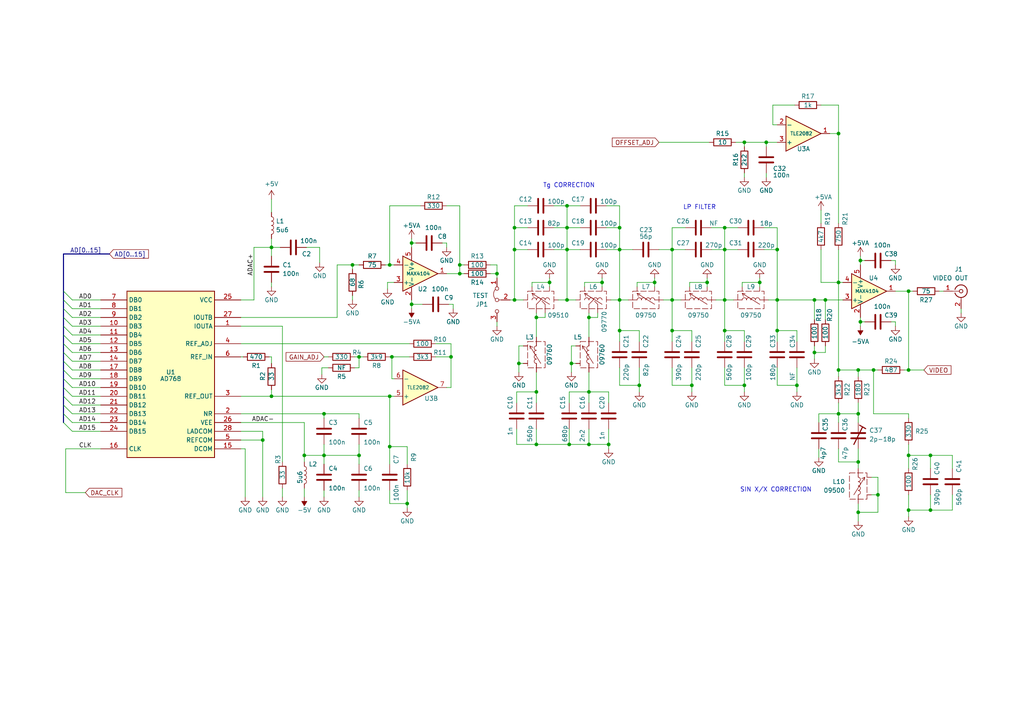
<source format=kicad_sch>
(kicad_sch (version 20231120) (generator "eeschema") (generator_version "8.0")
  (paper "A4")
  (title_block (title "${TITLE}") (date "${DATE}") (rev "${VERSION}") (company "${COPYRIGHT}") (comment 1 "${LICENSE}") (comment 2 "VIDEO OUTPUT"))
  (junction (at 263.525 107.315))
  (junction (at 248.92 133.985))
  (junction (at 170.815 128.905))
  (junction (at 243.205 107.315))
  (junction (at 225.425 86.995))
  (junction (at 133.35 76.835))
  (junction (at 155.575 92.075))
  (junction (at 113.03 76.835))
  (junction (at 243.205 81.915))
  (junction (at 164.465 72.39))
  (junction (at 170.815 92.075))
  (junction (at 150.495 105.41))
  (junction (at 210.185 86.995))
  (junction (at 179.705 66.04))
  (junction (at 249.555 75.565))
  (junction (at 149.225 72.39))
  (junction (at 164.465 86.995))
  (junction (at 164.465 59.69))
  (junction (at 76.2 127.635))
  (junction (at 174.625 81.915))
  (junction (at 243.205 38.735))
  (junction (at 225.425 95.885))
  (junction (at 263.525 84.455))
  (junction (at 170.815 113.665))
  (junction (at 194.945 95.885))
  (junction (at 239.395 86.995))
  (junction (at 102.235 76.835))
  (junction (at 155.575 128.905))
  (junction (at 210.185 95.885))
  (junction (at 104.14 132.08))
  (junction (at 104.14 103.505))
  (junction (at 215.9 111.76))
  (junction (at 159.385 81.915))
  (junction (at 149.225 86.995))
  (junction (at 236.22 86.995))
  (junction (at 269.875 147.955))
  (junction (at 176.53 128.905))
  (junction (at 189.865 81.915))
  (junction (at 263.525 132.08))
  (junction (at 164.465 66.04))
  (junction (at 78.74 114.935))
  (junction (at 93.98 120.015))
  (junction (at 210.185 72.39))
  (junction (at 155.575 113.665))
  (junction (at 248.92 120.015))
  (junction (at 113.03 114.935))
  (junction (at 113.665 103.505))
  (junction (at 243.205 120.015))
  (junction (at 88.265 132.08))
  (junction (at 78.74 71.755))
  (junction (at 263.525 147.955))
  (junction (at 194.945 72.39))
  (junction (at 254.635 143.51))
  (junction (at 248.92 107.315))
  (junction (at 93.98 132.08))
  (junction (at 119.38 88.265))
  (junction (at 248.92 148.59))
  (junction (at 165.1 128.905))
  (junction (at 179.705 86.995))
  (junction (at 185.42 111.76))
  (junction (at 215.9 41.275))
  (junction (at 149.225 66.04))
  (junction (at 113.03 129.54))
  (junction (at 179.705 72.39))
  (junction (at 220.345 81.915))
  (junction (at 118.11 146.05))
  (junction (at 130.81 103.505))
  (junction (at 133.35 79.375))
  (junction (at 205.105 81.915))
  (junction (at 165.735 105.41))
  (junction (at 269.875 132.08))
  (junction (at 236.22 102.235))
  (junction (at 119.38 70.485))
  (junction (at 210.185 66.04))
  (junction (at 225.425 72.39))
  (junction (at 253.365 107.315))
  (junction (at 144.145 79.375))
  (junction (at 231.14 111.76))
  (junction (at 222.25 41.275))
  (junction (at 179.705 95.885))
  (junction (at 194.945 86.995))
  (junction (at 200.66 111.76))
  (junction (at 249.555 93.345))
  (bus_entry (at 20.955 107.315) (size -2.54 -2.54))
  (bus_entry (at 20.955 109.855) (size -2.54 -2.54))
  (bus_entry (at 20.955 99.695) (size -2.54 -2.54))
  (bus_entry (at 20.955 117.475) (size -2.54 -2.54))
  (bus_entry (at 20.955 92.075) (size -2.54 -2.54))
  (bus_entry (at 20.955 86.995) (size -2.54 -2.54))
  (bus_entry (at 20.955 89.535) (size -2.54 -2.54))
  (bus_entry (at 20.955 120.015) (size -2.54 -2.54))
  (bus_entry (at 20.955 104.775) (size -2.54 -2.54))
  (bus_entry (at 20.955 97.155) (size -2.54 -2.54))
  (bus_entry (at 20.955 125.095) (size -2.54 -2.54))
  (bus_entry (at 20.955 102.235) (size -2.54 -2.54))
  (bus_entry (at 20.955 114.935) (size -2.54 -2.54))
  (bus_entry (at 20.955 94.615) (size -2.54 -2.54))
  (bus_entry (at 20.955 112.395) (size -2.54 -2.54))
  (bus_entry (at 20.955 122.555) (size -2.54 -2.54))
  (wire (pts (xy 249.555 93.345) (xy 250.825 93.345)))
  (wire (pts (xy 205.105 80.645) (xy 205.105 81.915)))
  (wire (pts (xy 215.265 81.915) (xy 215.265 83.185)))
  (wire (pts (xy 206.375 66.04) (xy 210.185 66.04)))
  (wire (pts (xy 20.955 114.935) (xy 29.21 114.935)))
  (wire (pts (xy 170.815 92.075) (xy 170.815 90.805)))
  (wire (pts (xy 259.715 84.455) (xy 263.525 84.455)))
  (bus (pts (xy 18.415 94.615) (xy 18.415 97.155)))
  (wire (pts (xy 263.525 147.955) (xy 263.525 149.86)))
  (wire (pts (xy 220.345 81.915) (xy 220.345 83.185)))
  (wire (pts (xy 150.495 105.41) (xy 150.495 107.95)))
  (wire (pts (xy 176.53 113.665) (xy 176.53 116.84)))
  (wire (pts (xy 20.955 117.475) (xy 29.21 117.475)))
  (wire (pts (xy 130.175 88.265) (xy 131.445 88.265)))
  (wire (pts (xy 164.465 72.39) (xy 168.275 72.39)))
  (wire (pts (xy 113.03 114.935) (xy 113.03 129.54)))
  (wire (pts (xy 93.98 128.905) (xy 93.98 132.08)))
  (wire (pts (xy 276.225 147.955) (xy 269.875 147.955)))
  (wire (pts (xy 224.155 30.48) (xy 224.155 36.195)))
  (wire (pts (xy 194.945 72.39) (xy 198.755 72.39)))
  (wire (pts (xy 104.14 103.505) (xy 105.41 103.505)))
  (wire (pts (xy 254.635 107.315) (xy 253.365 107.315)))
  (wire (pts (xy 236.22 100.33) (xy 236.22 102.235)))
  (wire (pts (xy 262.255 107.315) (xy 263.525 107.315)))
  (wire (pts (xy 130.81 103.505) (xy 130.81 112.395)))
  (wire (pts (xy 93.98 132.08) (xy 104.14 132.08)))
  (bus (pts (xy 18.415 92.075) (xy 18.415 94.615)))
  (wire (pts (xy 104.14 106.68) (xy 104.14 103.505)))
  (wire (pts (xy 225.425 86.995) (xy 225.425 72.39)))
  (wire (pts (xy 179.705 86.995) (xy 179.705 72.39)))
  (wire (pts (xy 248.92 148.59) (xy 254.635 148.59)))
  (wire (pts (xy 113.03 59.69) (xy 113.03 76.835)))
  (wire (pts (xy 20.955 107.315) (xy 29.21 107.315)))
  (wire (pts (xy 133.35 79.375) (xy 133.35 76.835)))
  (wire (pts (xy 20.955 89.535) (xy 29.21 89.535)))
  (wire (pts (xy 237.49 120.015) (xy 237.49 122.555)))
  (wire (pts (xy 225.425 111.76) (xy 231.14 111.76)))
  (wire (pts (xy 170.815 113.665) (xy 176.53 113.665)))
  (bus (pts (xy 18.415 73.66) (xy 18.415 84.455)))
  (wire (pts (xy 151.765 86.995) (xy 149.225 86.995)))
  (wire (pts (xy 231.14 95.885) (xy 225.425 95.885)))
  (wire (pts (xy 200.66 99.06) (xy 200.66 95.885)))
  (wire (pts (xy 165.735 105.41) (xy 167.005 105.41)))
  (wire (pts (xy 149.86 124.46) (xy 149.86 128.905)))
  (wire (pts (xy 222.25 42.545) (xy 222.25 41.275)))
  (wire (pts (xy 155.575 107.95) (xy 155.575 113.665)))
  (wire (pts (xy 179.705 72.39) (xy 183.515 72.39)))
  (wire (pts (xy 200.025 81.915) (xy 200.025 83.185)))
  (wire (pts (xy 113.665 103.505) (xy 118.745 103.505)))
  (wire (pts (xy 102.87 103.505) (xy 104.14 103.505)))
  (bus (pts (xy 18.415 112.395) (xy 18.415 114.935)))
  (wire (pts (xy 239.395 86.995) (xy 244.475 86.995)))
  (wire (pts (xy 113.03 114.935) (xy 114.3 114.935)))
  (wire (pts (xy 222.25 50.165) (xy 222.25 51.435)))
  (bus (pts (xy 18.415 107.315) (xy 18.415 109.855)))
  (wire (pts (xy 215.9 41.275) (xy 222.25 41.275)))
  (wire (pts (xy 231.14 111.76) (xy 231.14 113.665)))
  (bus (pts (xy 18.415 104.775) (xy 18.415 107.315)))
  (wire (pts (xy 73.66 86.995) (xy 69.85 86.995)))
  (wire (pts (xy 253.365 107.315) (xy 248.92 107.315)))
  (wire (pts (xy 93.98 132.08) (xy 93.98 134.62)))
  (wire (pts (xy 159.385 80.645) (xy 159.385 81.915)))
  (wire (pts (xy 104.14 142.24) (xy 104.14 144.145)))
  (wire (pts (xy 20.955 125.095) (xy 29.21 125.095)))
  (bus (pts (xy 18.415 102.235) (xy 18.415 104.775)))
  (wire (pts (xy 165.1 113.665) (xy 165.1 116.84)))
  (wire (pts (xy 114.3 109.855) (xy 113.665 109.855)))
  (wire (pts (xy 225.425 99.06) (xy 225.425 95.885)))
  (wire (pts (xy 133.35 79.375) (xy 134.62 79.375)))
  (wire (pts (xy 20.955 97.155) (xy 29.21 97.155)))
  (wire (pts (xy 69.85 92.075) (xy 97.79 92.075)))
  (wire (pts (xy 258.445 93.345) (xy 259.715 93.345)))
  (wire (pts (xy 213.36 41.275) (xy 215.9 41.275)))
  (wire (pts (xy 243.205 107.315) (xy 248.92 107.315)))
  (wire (pts (xy 131.445 88.265) (xy 131.445 89.535)))
  (wire (pts (xy 78.74 81.915) (xy 78.74 83.185)))
  (wire (pts (xy 113.665 103.505) (xy 113.665 109.855)))
  (wire (pts (xy 149.225 66.04) (xy 153.035 66.04)))
  (wire (pts (xy 222.25 41.275) (xy 225.425 41.275)))
  (wire (pts (xy 160.655 66.04) (xy 164.465 66.04)))
  (wire (pts (xy 78.74 105.41) (xy 78.74 103.505)))
  (wire (pts (xy 174.625 81.915) (xy 174.625 83.185)))
  (wire (pts (xy 97.79 76.835) (xy 97.79 92.075)))
  (wire (pts (xy 243.205 107.315) (xy 243.205 81.915)))
  (wire (pts (xy 93.98 120.015) (xy 104.14 120.015)))
  (wire (pts (xy 259.715 75.565) (xy 259.715 76.835)))
  (wire (pts (xy 154.305 81.915) (xy 159.385 81.915)))
  (wire (pts (xy 248.92 148.59) (xy 248.92 151.13)))
  (wire (pts (xy 239.395 86.995) (xy 239.395 92.71)))
  (wire (pts (xy 126.365 99.695) (xy 130.81 99.695)))
  (wire (pts (xy 263.525 128.905) (xy 263.525 132.08)))
  (wire (pts (xy 254.635 138.43) (xy 254.635 143.51)))
  (wire (pts (xy 254.635 143.51) (xy 254.635 148.59)))
  (wire (pts (xy 249.555 92.075) (xy 249.555 93.345)))
  (wire (pts (xy 210.185 86.995) (xy 212.725 86.995)))
  (wire (pts (xy 170.815 116.84) (xy 170.815 113.665)))
  (wire (pts (xy 78.74 69.215) (xy 78.74 71.755)))
  (wire (pts (xy 155.575 128.905) (xy 149.86 128.905)))
  (wire (pts (xy 150.495 105.41) (xy 151.765 105.41)))
  (wire (pts (xy 179.705 95.885) (xy 185.42 95.885)))
  (wire (pts (xy 179.705 111.76) (xy 179.705 106.68)))
  (wire (pts (xy 210.185 95.885) (xy 210.185 99.06)))
  (wire (pts (xy 215.9 42.545) (xy 215.9 41.275)))
  (wire (pts (xy 112.395 81.915) (xy 112.395 83.82)))
  (wire (pts (xy 248.92 146.05) (xy 248.92 148.59)))
  (wire (pts (xy 169.545 81.915) (xy 174.625 81.915)))
  (wire (pts (xy 176.53 124.46) (xy 176.53 128.905)))
  (wire (pts (xy 119.38 70.485) (xy 119.38 71.755)))
  (wire (pts (xy 119.38 88.265) (xy 122.555 88.265)))
  (wire (pts (xy 88.265 132.08) (xy 88.265 133.985)))
  (wire (pts (xy 149.225 66.04) (xy 149.225 59.69)))
  (wire (pts (xy 78.74 57.785) (xy 78.74 61.595)))
  (bus (pts (xy 18.415 73.66) (xy 31.75 73.66)))
  (wire (pts (xy 129.54 79.375) (xy 133.35 79.375)))
  (wire (pts (xy 258.445 75.565) (xy 259.715 75.565)))
  (wire (pts (xy 165.735 105.41) (xy 165.735 107.95)))
  (wire (pts (xy 243.205 120.015) (xy 248.92 120.015)))
  (wire (pts (xy 129.54 70.485) (xy 129.54 71.755)))
  (wire (pts (xy 238.125 81.915) (xy 238.125 72.39)))
  (wire (pts (xy 236.22 102.235) (xy 239.395 102.235)))
  (wire (pts (xy 120.65 70.485) (xy 119.38 70.485)))
  (bus (pts (xy 18.415 89.535) (xy 18.415 92.075)))
  (wire (pts (xy 20.955 86.995) (xy 29.21 86.995)))
  (wire (pts (xy 119.38 69.215) (xy 119.38 70.485)))
  (wire (pts (xy 240.665 38.735) (xy 243.205 38.735)))
  (bus (pts (xy 18.415 84.455) (xy 18.415 86.995)))
  (wire (pts (xy 158.115 90.805) (xy 158.115 92.075)))
  (wire (pts (xy 155.575 124.46) (xy 155.575 128.905)))
  (wire (pts (xy 69.85 103.505) (xy 70.485 103.505)))
  (wire (pts (xy 210.185 86.995) (xy 210.185 95.885)))
  (wire (pts (xy 237.49 130.175) (xy 237.49 132.715)))
  (wire (pts (xy 194.945 86.995) (xy 197.485 86.995)))
  (wire (pts (xy 20.955 104.775) (xy 29.21 104.775)))
  (wire (pts (xy 102.87 106.68) (xy 104.14 106.68)))
  (wire (pts (xy 215.9 106.68) (xy 215.9 111.76)))
  (wire (pts (xy 194.945 95.885) (xy 200.66 95.885)))
  (wire (pts (xy 149.225 86.995) (xy 149.225 72.39)))
  (wire (pts (xy 243.205 30.48) (xy 243.205 38.735)))
  (wire (pts (xy 69.85 125.095) (xy 76.2 125.095)))
  (wire (pts (xy 238.125 30.48) (xy 243.205 30.48)))
  (wire (pts (xy 179.705 66.04) (xy 179.705 72.39)))
  (wire (pts (xy 144.145 93.345) (xy 144.145 94.615)))
  (wire (pts (xy 263.525 84.455) (xy 264.795 84.455)))
  (wire (pts (xy 104.14 120.015) (xy 104.14 121.285)))
  (wire (pts (xy 130.81 99.695) (xy 130.81 103.505)))
  (wire (pts (xy 155.575 90.805) (xy 155.575 92.075)))
  (wire (pts (xy 20.955 120.015) (xy 29.21 120.015)))
  (wire (pts (xy 144.145 79.375) (xy 144.145 80.645)))
  (wire (pts (xy 118.11 129.54) (xy 118.11 134.62)))
  (wire (pts (xy 69.85 127.635) (xy 76.2 127.635)))
  (wire (pts (xy 102.235 85.725) (xy 102.235 86.995)))
  (wire (pts (xy 147.955 86.995) (xy 149.225 86.995)))
  (wire (pts (xy 113.03 142.24) (xy 113.03 146.05)))
  (wire (pts (xy 76.2 125.095) (xy 76.2 127.635)))
  (wire (pts (xy 184.785 81.915) (xy 189.865 81.915)))
  (wire (pts (xy 78.105 103.505) (xy 78.74 103.505)))
  (wire (pts (xy 215.9 50.165) (xy 215.9 51.435)))
  (wire (pts (xy 248.92 130.175) (xy 248.92 133.985)))
  (wire (pts (xy 250.825 75.565) (xy 249.555 75.565)))
  (wire (pts (xy 207.645 86.995) (xy 210.185 86.995)))
  (wire (pts (xy 154.305 83.185) (xy 154.305 81.915)))
  (wire (pts (xy 160.655 59.69) (xy 164.465 59.69)))
  (wire (pts (xy 225.425 106.68) (xy 225.425 111.76)))
  (bus (pts (xy 18.415 117.475) (xy 18.415 120.015)))
  (wire (pts (xy 149.86 113.665) (xy 149.86 116.84)))
  (wire (pts (xy 69.85 120.015) (xy 93.98 120.015)))
  (wire (pts (xy 95.25 106.68) (xy 93.345 106.68)))
  (wire (pts (xy 142.24 76.835) (xy 144.145 76.835)))
  (wire (pts (xy 244.475 81.915) (xy 243.205 81.915)))
  (wire (pts (xy 179.705 59.69) (xy 179.705 66.04)))
  (wire (pts (xy 113.03 129.54) (xy 118.11 129.54)))
  (wire (pts (xy 113.03 103.505) (xy 113.665 103.505)))
  (wire (pts (xy 81.915 94.615) (xy 81.915 133.985)))
  (wire (pts (xy 78.74 71.755) (xy 81.28 71.755)))
  (wire (pts (xy 185.42 106.68) (xy 185.42 111.76)))
  (wire (pts (xy 269.875 132.08) (xy 276.225 132.08)))
  (wire (pts (xy 19.05 142.875) (xy 24.765 142.875)))
  (wire (pts (xy 155.575 113.665) (xy 149.86 113.665)))
  (wire (pts (xy 231.14 95.885) (xy 231.14 99.06)))
  (wire (pts (xy 236.22 102.235) (xy 236.22 104.14)))
  (wire (pts (xy 76.2 127.635) (xy 76.2 144.145)))
  (wire (pts (xy 160.655 72.39) (xy 164.465 72.39)))
  (wire (pts (xy 71.12 130.175) (xy 69.85 130.175)))
  (wire (pts (xy 118.11 146.05) (xy 113.03 146.05)))
  (wire (pts (xy 164.465 66.04) (xy 164.465 72.39)))
  (wire (pts (xy 144.145 76.835) (xy 144.145 79.375)))
  (wire (pts (xy 184.785 81.915) (xy 184.785 83.185)))
  (wire (pts (xy 269.875 147.955) (xy 263.525 147.955)))
  (wire (pts (xy 263.525 132.08) (xy 263.525 135.89)))
  (wire (pts (xy 119.38 86.995) (xy 119.38 88.265)))
  (wire (pts (xy 243.205 81.915) (xy 243.205 72.39)))
  (wire (pts (xy 252.73 143.51) (xy 254.635 143.51)))
  (wire (pts (xy 69.85 122.555) (xy 88.265 122.555)))
  (wire (pts (xy 210.185 66.04) (xy 210.185 72.39)))
  (wire (pts (xy 248.92 133.985) (xy 248.92 135.89)))
  (wire (pts (xy 20.955 92.075) (xy 29.21 92.075)))
  (wire (pts (xy 102.235 76.835) (xy 102.235 78.105)))
  (wire (pts (xy 19.05 130.175) (xy 29.21 130.175)))
  (wire (pts (xy 170.815 107.95) (xy 170.815 113.665)))
  (wire (pts (xy 142.24 79.375) (xy 144.145 79.375)))
  (wire (pts (xy 237.49 120.015) (xy 243.205 120.015)))
  (wire (pts (xy 173.355 90.805) (xy 173.355 92.075)))
  (wire (pts (xy 263.525 120.015) (xy 253.365 120.015)))
  (wire (pts (xy 252.73 138.43) (xy 254.635 138.43)))
  (wire (pts (xy 224.155 36.195) (xy 225.425 36.195)))
  (wire (pts (xy 165.1 128.905) (xy 155.575 128.905)))
  (wire (pts (xy 263.525 121.285) (xy 263.525 120.015)))
  (wire (pts (xy 170.815 128.905) (xy 176.53 128.905)))
  (wire (pts (xy 238.125 60.96) (xy 238.125 64.77)))
  (wire (pts (xy 104.14 134.62) (xy 104.14 132.08)))
  (wire (pts (xy 272.415 84.455) (xy 273.685 84.455)))
  (wire (pts (xy 20.955 99.695) (xy 29.21 99.695)))
  (wire (pts (xy 78.74 113.03) (xy 78.74 114.935)))
  (wire (pts (xy 238.125 81.915) (xy 243.205 81.915)))
  (wire (pts (xy 192.405 86.995) (xy 194.945 86.995)))
  (wire (pts (xy 164.465 72.39) (xy 164.465 86.995)))
  (wire (pts (xy 191.135 72.39) (xy 194.945 72.39)))
  (wire (pts (xy 69.85 94.615) (xy 81.915 94.615)))
  (wire (pts (xy 249.555 75.565) (xy 249.555 76.835)))
  (wire (pts (xy 170.815 113.665) (xy 165.1 113.665)))
  (wire (pts (xy 20.955 122.555) (xy 29.21 122.555)))
  (wire (pts (xy 200.025 81.915) (xy 205.105 81.915)))
  (wire (pts (xy 243.205 107.315) (xy 243.205 109.22)))
  (wire (pts (xy 78.74 71.755) (xy 73.66 71.755)))
  (wire (pts (xy 263.525 147.955) (xy 263.525 143.51)))
  (wire (pts (xy 253.365 120.015) (xy 253.365 107.315)))
  (wire (pts (xy 175.895 59.69) (xy 179.705 59.69)))
  (wire (pts (xy 104.14 132.08) (xy 104.14 128.905)))
  (wire (pts (xy 88.265 122.555) (xy 88.265 132.08)))
  (wire (pts (xy 174.625 80.645) (xy 174.625 81.915)))
  (wire (pts (xy 259.715 93.345) (xy 259.715 94.615)))
  (wire (pts (xy 189.865 80.645) (xy 189.865 81.915)))
  (wire (pts (xy 210.185 86.995) (xy 210.185 72.39)))
  (wire (pts (xy 185.42 111.76) (xy 185.42 113.665)))
  (wire (pts (xy 225.425 86.995) (xy 225.425 95.885)))
  (bus (pts (xy 18.415 109.855) (xy 18.415 112.395)))
  (wire (pts (xy 205.105 81.915) (xy 205.105 83.185)))
  (wire (pts (xy 133.35 59.69) (xy 129.54 59.69)))
  (wire (pts (xy 222.885 86.995) (xy 225.425 86.995)))
  (wire (pts (xy 93.98 142.24) (xy 93.98 144.145)))
  (wire (pts (xy 220.345 80.645) (xy 220.345 81.915)))
  (wire (pts (xy 118.11 146.05) (xy 118.11 147.32)))
  (wire (pts (xy 113.03 76.835) (xy 114.3 76.835)))
  (wire (pts (xy 92.71 71.755) (xy 92.71 76.2)))
  (wire (pts (xy 185.42 111.76) (xy 179.705 111.76)))
  (wire (pts (xy 179.705 86.995) (xy 179.705 95.885)))
  (wire (pts (xy 169.545 83.185) (xy 169.545 81.915)))
  (wire (pts (xy 248.92 116.84) (xy 248.92 120.015)))
  (wire (pts (xy 263.525 107.315) (xy 263.525 84.455)))
  (wire (pts (xy 215.265 81.915) (xy 220.345 81.915)))
  (wire (pts (xy 149.225 72.39) (xy 153.035 72.39)))
  (wire (pts (xy 263.525 132.08) (xy 269.875 132.08)))
  (bus (pts (xy 18.415 86.995) (xy 18.415 89.535)))
  (wire (pts (xy 93.345 106.68) (xy 93.345 108.585)))
  (wire (pts (xy 69.85 99.695) (xy 118.745 99.695)))
  (wire (pts (xy 225.425 72.39) (xy 221.615 72.39)))
  (wire (pts (xy 194.945 72.39) (xy 194.945 66.04)))
  (wire (pts (xy 243.205 120.015) (xy 243.205 122.555)))
  (wire (pts (xy 243.205 130.175) (xy 243.205 133.985)))
  (wire (pts (xy 225.425 86.995) (xy 236.22 86.995)))
  (wire (pts (xy 114.3 81.915) (xy 112.395 81.915)))
  (wire (pts (xy 161.925 86.995) (xy 164.465 86.995)))
  (wire (pts (xy 185.42 99.06) (xy 185.42 95.885)))
  (wire (pts (xy 81.915 141.605) (xy 81.915 144.145)))
  (wire (pts (xy 118.11 142.24) (xy 118.11 146.05)))
  (wire (pts (xy 276.225 143.51) (xy 276.225 147.955)))
  (wire (pts (xy 189.865 81.915) (xy 189.865 83.185)))
  (wire (pts (xy 175.895 66.04) (xy 179.705 66.04)))
  (wire (pts (xy 210.185 72.39) (xy 213.995 72.39)))
  (wire (pts (xy 155.575 92.075) (xy 158.115 92.075)))
  (wire (pts (xy 230.505 30.48) (xy 224.155 30.48)))
  (wire (pts (xy 194.945 72.39) (xy 194.945 86.995)))
  (wire (pts (xy 278.765 89.535) (xy 278.765 90.805)))
  (wire (pts (xy 210.185 111.76) (xy 210.185 106.68)))
  (wire (pts (xy 165.1 124.46) (xy 165.1 128.905)))
  (wire (pts (xy 248.92 107.315) (xy 248.92 109.22)))
  (wire (pts (xy 269.875 132.08) (xy 269.875 135.89)))
  (wire (pts (xy 221.615 66.04) (xy 225.425 66.04)))
  (wire (pts (xy 177.165 86.995) (xy 179.705 86.995)))
  (wire (pts (xy 210.185 72.39) (xy 206.375 72.39)))
  (wire (pts (xy 155.575 116.84) (xy 155.575 113.665)))
  (wire (pts (xy 155.575 92.075) (xy 155.575 97.79)))
  (wire (pts (xy 149.225 72.39) (xy 149.225 66.04)))
  (wire (pts (xy 150.495 100.33) (xy 150.495 105.41)))
  (wire (pts (xy 200.66 106.68) (xy 200.66 111.76)))
  (wire (pts (xy 210.185 66.04) (xy 213.995 66.04)))
  (wire (pts (xy 69.85 114.935) (xy 78.74 114.935)))
  (wire (pts (xy 269.875 147.955) (xy 269.875 143.51)))
  (wire (pts (xy 121.92 59.69) (xy 113.03 59.69)))
  (wire (pts (xy 20.955 102.235) (xy 29.21 102.235)))
  (wire (pts (xy 210.185 95.885) (xy 215.9 95.885)))
  (wire (pts (xy 200.66 111.76) (xy 200.66 113.665)))
  (wire (pts (xy 164.465 66.04) (xy 168.275 66.04)))
  (wire (pts (xy 19.05 130.175) (xy 19.05 142.875)))
  (bus (pts (xy 18.415 120.015) (xy 18.415 122.555)))
  (wire (pts (xy 167.005 100.33) (xy 165.735 100.33)))
  (wire (pts (xy 164.465 59.69) (xy 164.465 66.04)))
  (wire (pts (xy 78.74 74.295) (xy 78.74 71.755)))
  (wire (pts (xy 215.9 111.76) (xy 215.9 113.665)))
  (wire (pts (xy 164.465 59.69) (xy 168.275 59.69)))
  (bus (pts (xy 18.415 114.935) (xy 18.415 117.475)))
  (wire (pts (xy 93.98 120.015) (xy 93.98 121.285)))
  (wire (pts (xy 78.74 114.935) (xy 113.03 114.935)))
  (wire (pts (xy 119.38 88.265) (xy 119.38 89.535)))
  (wire (pts (xy 191.135 41.275) (xy 205.74 41.275)))
  (wire (pts (xy 170.815 92.075) (xy 173.355 92.075)))
  (wire (pts (xy 113.03 129.54) (xy 113.03 134.62)))
  (wire (pts (xy 175.895 72.39) (xy 179.705 72.39)))
  (wire (pts (xy 176.53 128.905) (xy 176.53 130.175)))
  (wire (pts (xy 179.705 95.885) (xy 179.705 99.06)))
  (wire (pts (xy 20.955 109.855) (xy 29.21 109.855)))
  (wire (pts (xy 170.815 92.075) (xy 170.815 97.79)))
  (wire (pts (xy 225.425 66.04) (xy 225.425 72.39)))
  (bus (pts (xy 18.415 99.695) (xy 18.415 102.235)))
  (wire (pts (xy 93.98 103.505) (xy 95.25 103.505)))
  (wire (pts (xy 194.945 95.885) (xy 194.945 99.06)))
  (wire (pts (xy 102.235 76.835) (xy 97.79 76.835)))
  (wire (pts (xy 249.555 93.345) (xy 249.555 94.615)))
  (wire (pts (xy 243.205 116.84) (xy 243.205 120.015)))
  (wire (pts (xy 194.945 86.995) (xy 194.945 95.885)))
  (wire (pts (xy 111.76 76.835) (xy 113.03 76.835)))
  (wire (pts (xy 88.265 132.08) (xy 93.98 132.08)))
  (wire (pts (xy 231.14 111.76) (xy 231.14 106.68)))
  (wire (pts (xy 128.27 70.485) (xy 129.54 70.485)))
  (wire (pts (xy 243.205 133.985) (xy 248.92 133.985)))
  (wire (pts (xy 159.385 81.915) (xy 159.385 83.185)))
  (wire (pts (xy 164.465 86.995) (xy 167.005 86.995)))
  (wire (pts (xy 104.14 76.835) (xy 102.235 76.835)))
  (wire (pts (xy 276.225 132.08) (xy 276.225 135.89)))
  (wire (pts (xy 133.35 76.835) (xy 134.62 76.835)))
  (wire (pts (xy 236.22 86.995) (xy 236.22 92.71)))
  (wire (pts (xy 20.955 112.395) (xy 29.21 112.395)))
  (wire (pts (xy 165.735 100.33) (xy 165.735 105.41)))
  (bus (pts (xy 18.415 97.155) (xy 18.415 99.695)))
  (wire (pts (xy 71.12 130.175) (xy 71.12 144.145)))
  (wire (pts (xy 236.22 86.995) (xy 239.395 86.995)))
  (wire (pts (xy 239.395 100.33) (xy 239.395 102.235)))
  (wire (pts (xy 248.92 122.555) (xy 248.92 120.015)))
  (wire (pts (xy 263.525 107.315) (xy 267.97 107.315)))
  (wire (pts (xy 88.265 141.605) (xy 88.265 144.145)))
  (wire (pts (xy 215.9 99.06) (xy 215.9 95.885)))
  (wire (pts (xy 215.9 111.76) (xy 210.185 111.76)))
  (wire (pts (xy 200.66 111.76) (xy 194.945 111.76)))
  (wire (pts (xy 194.945 66.04) (xy 198.755 66.04)))
  (wire (pts (xy 243.205 38.735) (xy 243.205 64.77)))
  (wire (pts (xy 194.945 111.76) (xy 194.945 106.68)))
  (wire (pts (xy 249.555 74.295) (xy 249.555 75.565)))
  (wire (pts (xy 151.765 100.33) (xy 150.495 100.33)))
  (wire (pts (xy 133.35 76.835) (xy 133.35 59.69)))
  (wire (pts (xy 179.705 86.995) (xy 182.245 86.995)))
  (wire (pts (xy 149.225 59.69) (xy 153.035 59.69)))
  (wire (pts (xy 130.81 112.395) (xy 129.54 112.395)))
  (wire (pts (xy 170.815 128.905) (xy 165.1 128.905)))
  (wire (pts (xy 73.66 71.755) (xy 73.66 86.995)))
  (wire (pts (xy 170.815 124.46) (xy 170.815 128.905)))
  (wire (pts (xy 20.955 94.615) (xy 29.21 94.615)))
  (wire (pts (xy 126.365 103.505) (xy 130.81 103.505)))
  (wire (pts (xy 88.9 71.755) (xy 92.71 71.755)))
  (text "LP FILTER" (at 198.12 60.96 0) (effects (font (size 1.27 1.27)) (justify left bottom)))
  (text "Tg CORRECTION" (at 157.48 54.61 0) (effects (font (size 1.27 1.27)) (justify left bottom)))
  (text "SIN X/X CORRECTION" (at 214.63 142.875 0) (effects (font (size 1.27 1.27)) (justify left bottom)))
  (label "AD0" (at 22.86 86.995 0))
  (label "AD11" (at 22.86 114.935 0))
  (label "ADAC+" (at 73.66 80.01 90))
  (label "AD8" (at 22.86 107.315 0))
  (label "AD7" (at 22.86 104.775 0))
  (label "AD10" (at 22.86 112.395 0))
  (label "AD1" (at 22.86 89.535 0))
  (label "AD2" (at 22.86 92.075 0))
  (label "AD12" (at 22.86 117.475 0))
  (label "AD9" (at 22.86 109.855 0))
  (label "AD5" (at 22.86 99.695 0))
  (label "AD4" (at 22.86 97.155 0))
  (label "AD6" (at 22.86 102.235 0))
  (label "AD3" (at 22.86 94.615 0))
  (label "CLK" (at 22.86 130.175 0))
  (label "ADAC-" (at 73.025 122.555 0))
  (label "AD[0..15]" (at 20.32 73.66 0))
  (label "AD13" (at 22.86 120.015 0))
  (label "AD15" (at 22.86 125.095 0))
  (label "AD14" (at 22.86 122.555 0))
  (global_label "GAIN_ADJ" (shape input) (at 93.98 103.505 180) (property "Intersheetrefs" "${INTERSHEET_REFS}" (effects (hide yes))))
  (global_label "AD[0..15]" (shape input) (at 31.75 73.66 0) (property "Intersheetrefs" "${INTERSHEET_REFS}" (effects (hide yes))))
  (global_label "VIDEO" (shape input) (at 267.97 107.315 0) (property "Intersheetrefs" "${INTERSHEET_REFS}" (effects (hide yes))))
  (global_label "DAC_CLK" (shape input) (at 24.765 142.875 0) (property "Intersheetrefs" "${INTERSHEET_REFS}" (effects (hide yes))))
  (global_label "OFFSET_ADJ" (shape input) (at 191.135 41.275 180) (property "Intersheetrefs" "${INTERSHEET_REFS}" (effects (hide yes))))
  (symbol (lib_id "Device:R") (at 99.06 103.505 90) (unit 1)
    (property "Reference" "R4" (at 103.505 102.235 90))
    (property "Value" "330" (at 99.06 103.505 90))
    (property "Footprint" "Resistor_SMD:R_0603_1608Metric" (effects (hide yes)))
  )
  (symbol (lib_id "KJL_ADJ:KJL_ADJ_SGL") (at 248.92 140.97 0) (unit 1)
    (property "Reference" "L10" (at 245.11 139.7 0) (effects (justify right)))
    (property "Value" "09500" (at 245.11 142.24 0) (effects (justify right)))
    (property "Footprint" "NEOSID_7MM:NEOSID_7MM" (effects (hide yes)))
  )
  (symbol (lib_id "power:GND") (at 112.395 83.82 0) (unit 1)
    (property "Reference" "#PWR012" (effects (hide yes)))
    (property "Value" "GND" (at 112.395 87.63 0))
  )
  (symbol (lib_id "power:GND") (at 259.715 94.615 0) (unit 1)
    (property "Reference" "#PWR040" (effects (hide yes)))
    (property "Value" "GND" (at 259.715 98.425 0))
  )
  (symbol (lib_id "Device:C") (at 165.1 120.65 0) (unit 1)
    (property "Reference" "C15" (at 163.195 118.745 90) (effects (justify left)))
    (property "Value" "680p" (at 163.83 128.27 90) (effects (justify left)))
    (property "Footprint" "Capacitor_SMD:C_0603_1608Metric" (effects (hide yes)))
  )
  (symbol (lib_id "power:-5VA") (at 249.555 94.615 180) (unit 1)
    (property "Reference" "#PWR038" (effects (hide yes)))
    (property "Value" "-5VA" (at 249.555 99.06 0))
  )
  (symbol (lib_id "Device:R") (at 243.205 113.03 0) (unit 1)
    (property "Reference" "R22" (at 245.745 114.935 90) (effects (justify left)))
    (property "Value" "3k3" (at 243.205 114.935 90) (effects (justify left)))
    (property "Footprint" "Resistor_SMD:R_0603_1608Metric" (effects (hide yes)))
  )
  (symbol (lib_id "Device:C") (at 276.225 139.7 0) (unit 1)
    (property "Reference" "C41" (at 278.13 137.16 90) (effects (justify left)))
    (property "Value" "560p" (at 278.13 146.685 90) (effects (justify left)))
    (property "Footprint" "Capacitor_SMD:C_0603_1608Metric" (effects (hide yes)))
  )
  (symbol (lib_id "power:GND") (at 104.14 144.145 0) (unit 1)
    (property "Reference" "#PWR011" (effects (hide yes)))
    (property "Value" "GND" (at 104.14 147.955 0))
  )
  (symbol (lib_id "power:+5VA") (at 119.38 69.215 0) (unit 1)
    (property "Reference" "#PWR014" (effects (hide yes)))
    (property "Value" "+5VA" (at 119.38 65.405 0))
  )
  (symbol (lib_id "KJL_ADJ:KJL_ADJ_SGL") (at 170.815 102.87 0) (mirror y) (unit 1)
    (property "Reference" "L5" (at 166.37 97.79 0) (effects (justify right)))
    (property "Value" "09760" (at 174.625 99.695 90) (effects (justify right)))
    (property "Footprint" "NEOSID_7MM:NEOSID_7MM" (effects (hide yes)))
  )
  (symbol (lib_id "power:GND") (at 215.9 51.435 0) (unit 1)
    (property "Reference" "#PWR028" (effects (hide yes)))
    (property "Value" "GND" (at 215.9 55.245 0))
  )
  (symbol (lib_id "Device:C") (at 215.9 102.87 0) (unit 1)
    (property "Reference" "C29" (at 217.17 100.965 90) (effects (justify left)))
    (property "Value" "100p" (at 217.17 110.49 90) (effects (justify left)))
    (property "Footprint" "Capacitor_SMD:C_0603_1608Metric" (effects (hide yes)))
  )
  (symbol (lib_id "Device:C") (at 217.805 72.39 90) (unit 1)
    (property "Reference" "C31" (at 213.36 70.485 90))
    (property "Value" "220p" (at 222.25 71.12 90))
    (property "Footprint" "Capacitor_SMD:C_0603_1608Metric" (effects (hide yes)))
  )
  (symbol (lib_id "Amplifier_Operational:AD8620") (at 121.92 112.395 0) (mirror x) (unit 2)
    (property "Reference" "U3" (at 125.095 115.57 0))
    (property "Value" "TLE2082" (at 121.285 112.395 0) (effects (font (size 1 1))))
    (property "Footprint" "Package_SO:SOIC-8_3.9x4.9mm_P1.27mm" (effects (hide yes)))
    (property "Datasheet" "https://www.analog.com/media/en/technical-documentation/data-sheets/AD8610_8620.pdf" (effects (hide yes)))
  )
  (symbol (lib_id "Device:C") (at 172.085 66.04 90) (unit 1)
    (property "Reference" "C18" (at 167.64 64.135 90))
    (property "Value" "100p" (at 176.53 64.77 90))
    (property "Footprint" "Capacitor_SMD:C_0603_1608Metric" (effects (hide yes)))
  )
  (symbol (lib_id "power:GND") (at 71.12 144.145 0) (unit 1)
    (property "Reference" "#PWR01" (effects (hide yes)))
    (property "Value" "GND" (at 71.12 147.955 0))
  )
  (symbol (lib_id "Device:L") (at 78.74 65.405 0) (unit 1)
    (property "Reference" "L1" (at 80.01 64.135 0) (effects (justify left)))
    (property "Value" "5u6" (at 80.01 66.675 0) (effects (justify left)))
    (property "Footprint" "Inductor_SMD:L_1210_3225Metric" (effects (hide yes)))
  )
  (symbol (lib_id "Device:L") (at 88.265 137.795 0) (unit 1)
    (property "Reference" "L2" (at 89.535 134.62 0) (effects (justify left)))
    (property "Value" "5u6" (at 86.995 140.335 90) (effects (justify left)))
    (property "Footprint" "Inductor_SMD:L_1210_3225Metric" (effects (hide yes)))
  )
  (symbol (lib_id "Device:C") (at 104.14 138.43 0) (unit 1)
    (property "Reference" "C6" (at 105.41 135.89 0) (effects (justify left)))
    (property "Value" "100n" (at 105.41 141.605 0) (effects (justify left)))
    (property "Footprint" "Capacitor_SMD:C_0603_1608Metric" (effects (hide yes)))
  )
  (symbol (lib_id "Device:C_Trim") (at 248.92 126.365 0) (unit 1)
    (property "Reference" "C37" (at 252.095 124.841 0) (effects (justify left)))
    (property "Value" "2p-18p" (at 252.095 127.381 0) (effects (justify left)))
    (property "Footprint" "BFC2808xxxxx:BFC2808xxxxx" (effects (hide yes)))
  )
  (symbol (lib_id "Device:C") (at 113.03 138.43 0) (unit 1)
    (property "Reference" "C7" (at 114.935 134.62 90) (effects (justify left)))
    (property "Value" "100n" (at 114.935 145.415 90) (effects (justify left)))
    (property "Footprint" "Capacitor_SMD:C_0603_1608Metric" (effects (hide yes)))
  )
  (symbol (lib_id "Device:R") (at 238.125 68.58 180) (unit 1)
    (property "Reference" "R19" (at 240.03 65.405 90) (effects (justify right)))
    (property "Value" "4k7" (at 238.125 70.485 90) (effects (justify right)))
    (property "Footprint" "Resistor_SMD:R_0603_1608Metric" (effects (hide yes)))
  )
  (symbol (lib_id "Device:R") (at 78.74 109.22 0) (unit 1)
    (property "Reference" "R2" (at 76.2 110.49 90) (effects (justify left)))
    (property "Value" "33" (at 78.74 110.49 90) (effects (justify left)))
    (property "Footprint" "Resistor_SMD:R_0603_1608Metric" (effects (hide yes)))
  )
  (symbol (lib_id "power:+5VA") (at 238.125 60.96 0) (unit 1)
    (property "Reference" "#PWR035" (effects (hide yes)))
    (property "Value" "+5VA" (at 238.76 57.15 0))
  )
  (symbol (lib_id "Device:R") (at 234.315 30.48 90) (unit 1)
    (property "Reference" "R17" (at 234.315 27.94 90))
    (property "Value" "1k" (at 234.315 30.48 90))
    (property "Footprint" "Resistor_SMD:R_0603_1608Metric" (effects (hide yes)))
  )
  (symbol (lib_id "power:GND") (at 144.145 94.615 0) (unit 1)
    (property "Reference" "#PWR018" (effects (hide yes)))
    (property "Value" "GND" (at 144.145 98.425 0))
  )
  (symbol (lib_id "KJL_ADJ:KJL_ADJ_SGL") (at 187.325 86.995 90) (unit 1)
    (property "Reference" "L7" (at 187.325 83.185 90))
    (property "Value" "09750" (at 187.325 91.44 90))
    (property "Footprint" "NEOSID_7MM:NEOSID_7MM" (effects (hide yes)))
  )
  (symbol (lib_id "Device:R") (at 248.92 113.03 0) (unit 1)
    (property "Reference" "R23" (at 251.46 114.935 90) (effects (justify left)))
    (property "Value" "180" (at 248.92 114.935 90) (effects (justify left)))
    (property "Footprint" "Resistor_SMD:R_0603_1608Metric" (effects (hide yes)))
  )
  (symbol (lib_id "Device:R") (at 239.395 96.52 0) (unit 1)
    (property "Reference" "R20" (at 240.665 93.345 90) (effects (justify left)))
    (property "Value" "100" (at 239.395 98.425 90) (effects (justify left)))
    (property "Footprint" "Resistor_SMD:R_0603_1608Metric" (effects (hide yes)))
  )
  (symbol (lib_id "Device:C") (at 187.325 72.39 90) (unit 1)
    (property "Reference" "C23" (at 187.325 66.675 90))
    (property "Value" "56p" (at 187.325 68.58 90))
    (property "Footprint" "Capacitor_SMD:C_0603_1608Metric" (effects (hide yes)))
  )
  (symbol (lib_id "Device:C") (at 225.425 102.87 0) (mirror y) (unit 1)
    (property "Reference" "C33" (at 224.155 100.965 90) (effects (justify left)))
    (property "Value" "180p" (at 224.155 110.49 90) (effects (justify left)))
    (property "Footprint" "Capacitor_SMD:C_0603_1608Metric" (effects (hide yes)))
  )
  (symbol (lib_id "power:GND") (at 78.74 83.185 0) (unit 1)
    (property "Reference" "#PWR04" (effects (hide yes)))
    (property "Value" "GND" (at 78.74 86.995 0))
  )
  (symbol (lib_id "Amplifier_Operational:OPA842xDBV") (at 252.095 84.455 0) (unit 1)
    (property "Reference" "U4" (at 253.365 80.645 0))
    (property "Value" "MAX4104" (at 251.46 84.455 0) (effects (font (size 1 1))))
    (property "Footprint" "Package_TO_SOT_SMD:SOT-23-5" (effects (hide yes)))
    (property "Datasheet" "http://www.ti.com/lit/ds/symlink/opa842.pdf" (effects (hide yes)))
  )
  (symbol (lib_id "power:GND") (at 189.865 80.645 180) (unit 1)
    (property "Reference" "#PWR025" (effects (hide yes)))
    (property "Value" "GND" (at 189.865 76.835 0))
  )
  (symbol (lib_id "power:GND") (at 200.66 113.665 0) (unit 1)
    (property "Reference" "#PWR026" (effects (hide yes)))
    (property "Value" "GND" (at 200.66 117.475 0))
  )
  (symbol (lib_id "Device:C") (at 78.74 78.105 180) (unit 1)
    (property "Reference" "C1" (at 81.915 76.835 0) (effects (justify right)))
    (property "Value" "100n" (at 81.915 79.375 0) (effects (justify right)))
    (property "Footprint" "Capacitor_SMD:C_0603_1608Metric" (effects (hide yes)))
  )
  (symbol (lib_id "Connector:Conn_Coaxial") (at 278.765 84.455 0) (unit 1)
    (property "Reference" "J1" (at 276.86 78.105 0) (effects (justify left)))
    (property "Value" "VIDEO OUT" (at 270.51 80.645 0) (effects (justify left)))
    (property "Footprint" "MOLEX_73101:731010120" (effects (hide yes)))
    (property "Datasheet" " ~" (effects (hide yes)))
  )
  (symbol (lib_id "Device:R") (at 243.205 68.58 0) (unit 1)
    (property "Reference" "R21" (at 245.11 65.405 90) (effects (justify left)))
    (property "Value" "750" (at 243.205 70.485 90) (effects (justify left)))
    (property "Footprint" "Resistor_SMD:R_0603_1608Metric" (effects (hide yes)))
  )
  (symbol (lib_id "power:GND") (at 81.915 144.145 0) (unit 1)
    (property "Reference" "#PWR05" (effects (hide yes)))
    (property "Value" "GND" (at 81.915 147.955 0))
  )
  (symbol (lib_id "Device:C") (at 155.575 120.65 0) (unit 1)
    (property "Reference" "C11" (at 153.67 118.745 90) (effects (justify left)))
    (property "Value" "560p" (at 153.67 128.27 90) (effects (justify left)))
    (property "Footprint" "Capacitor_SMD:C_0603_1608Metric" (effects (hide yes)))
  )
  (symbol (lib_id "Jumper:Jumper_3_Bridged12") (at 144.145 86.995 90) (mirror x) (unit 1)
    (property "Reference" "JP1" (at 141.605 88.265 90) (effects (justify left)))
    (property "Value" "TEST" (at 141.605 85.725 90) (effects (justify left)))
    (property "Footprint" "Connector_PinHeader_2.54mm:PinHeader_1x03_P2.54mm_Vertical" (effects (hide yes)))
  )
  (symbol (lib_id "power:GND") (at 222.25 51.435 0) (unit 1)
    (property "Reference" "#PWR031" (effects (hide yes)))
    (property "Value" "GND" (at 222.25 55.245 0))
  )
  (symbol (lib_id "power:-5V") (at 88.265 144.145 180) (unit 1)
    (property "Reference" "#PWR06" (effects (hide yes)))
    (property "Value" "-5V" (at 88.265 147.955 0))
  )
  (symbol (lib_id "power:GND") (at 176.53 130.175 0) (unit 1)
    (property "Reference" "#PWR023" (effects (hide yes)))
    (property "Value" "GND" (at 176.53 133.985 0))
  )
  (symbol (lib_id "KJL_ADJ:KJL_ADJ_SGL") (at 202.565 86.995 90) (unit 1)
    (property "Reference" "L8" (at 202.565 83.185 90))
    (property "Value" "09750" (at 202.565 91.44 90))
    (property "Footprint" "NEOSID_7MM:NEOSID_7MM" (effects (hide yes)))
  )
  (symbol (lib_id "Device:R") (at 102.235 81.915 0) (unit 1)
    (property "Reference" "R6" (at 104.775 83.82 90) (effects (justify left)))
    (property "Value" "68" (at 102.235 83.185 90) (effects (justify left)))
    (property "Footprint" "Resistor_SMD:R_0603_1608Metric" (effects (hide yes)))
  )
  (symbol (lib_id "Device:C") (at 254.635 93.345 90) (unit 1)
    (property "Reference" "C39" (at 258.445 91.44 90))
    (property "Value" "100n" (at 255.905 88.9 90))
    (property "Footprint" "Capacitor_SMD:C_0603_1608Metric" (effects (hide yes)))
  )
  (symbol (lib_id "power:GND") (at 185.42 113.665 0) (unit 1)
    (property "Reference" "#PWR024" (effects (hide yes)))
    (property "Value" "GND" (at 185.42 117.475 0))
  )
  (symbol (lib_id "Device:R") (at 268.605 84.455 90) (unit 1)
    (property "Reference" "R27" (at 268.605 86.995 90))
    (property "Value" "75" (at 268.605 84.455 90))
    (property "Footprint" "Resistor_SMD:R_0603_1608Metric" (effects (hide yes)))
  )
  (symbol (lib_id "Device:R") (at 122.555 99.695 90) (unit 1)
    (property "Reference" "R10" (at 127.635 98.425 90))
    (property "Value" "100" (at 122.555 99.695 90))
    (property "Footprint" "Resistor_SMD:R_0603_1608Metric" (effects (hide yes)))
  )
  (symbol (lib_id "KJL_ADJ:KJL_ADJ_SGL") (at 217.805 86.995 90) (unit 1)
    (property "Reference" "L9" (at 217.805 83.185 90))
    (property "Value" "09750" (at 217.805 91.44 90))
    (property "Footprint" "NEOSID_7MM:NEOSID_7MM" (effects (hide yes)))
  )
  (symbol (lib_id "Device:C") (at 172.085 59.69 90) (unit 1)
    (property "Reference" "C17" (at 167.64 57.785 90))
    (property "Value" "100p" (at 176.53 58.42 90))
    (property "Footprint" "Capacitor_SMD:C_0603_1608Metric" (effects (hide yes)))
  )
  (symbol (lib_id "Amplifier_Operational:OPA842xDBV") (at 121.92 79.375 0) (unit 1)
    (property "Reference" "U2" (at 122.555 83.82 0))
    (property "Value" "MAX4104" (at 121.285 79.375 0) (effects (font (size 1 1))))
    (property "Footprint" "Package_TO_SOT_SMD:SOT-23-5" (effects (hide yes)))
    (property "Datasheet" "http://www.ti.com/lit/ds/symlink/opa842.pdf" (effects (hide yes)))
  )
  (symbol (lib_id "Device:R") (at 107.95 76.835 90) (unit 1)
    (property "Reference" "R7" (at 107.95 74.295 90))
    (property "Value" "75" (at 107.95 76.835 90))
    (property "Footprint" "Resistor_SMD:R_0603_1608Metric" (effects (hide yes)))
  )
  (symbol (lib_id "Device:R") (at 99.06 106.68 90) (unit 1)
    (property "Reference" "R5" (at 99.06 109.22 90))
    (property "Value" "NF" (at 99.06 106.68 90))
    (property "Footprint" "Resistor_SMD:R_0603_1608Metric" (effects (hide yes)))
  )
  (symbol (lib_id "Device:C") (at 217.805 66.04 90) (unit 1)
    (property "Reference" "C30" (at 213.36 64.135 90))
    (property "Value" "18p" (at 222.25 64.77 90))
    (property "Footprint" "Capacitor_SMD:C_0603_1608Metric" (effects (hide yes)))
  )
  (symbol (lib_id "Device:C") (at 172.085 72.39 90) (unit 1)
    (property "Reference" "C19" (at 167.64 70.485 90))
    (property "Value" "100p" (at 176.53 71.12 90))
    (property "Footprint" "Capacitor_SMD:C_0603_1608Metric" (effects (hide yes)))
  )
  (symbol (lib_id "power:GND") (at 129.54 71.755 0) (unit 1)
    (property "Reference" "#PWR016" (effects (hide yes)))
    (property "Value" "GND" (at 129.54 75.565 0))
  )
  (symbol (lib_id "Device:C") (at 269.875 139.7 0) (unit 1)
    (property "Reference" "C40" (at 271.78 137.795 90) (effects (justify left)))
    (property "Value" "390p" (at 271.78 146.685 90) (effects (justify left)))
    (property "Footprint" "Capacitor_SMD:C_0603_1608Metric" (effects (hide yes)))
  )
  (symbol (lib_id "Device:C") (at 93.98 125.095 0) (unit 1)
    (property "Reference" "C3" (at 95.25 122.555 0) (effects (justify left)))
    (property "Value" "100n" (at 95.25 128.27 0) (effects (justify left)))
    (property "Footprint" "Capacitor_SMD:C_0603_1608Metric" (effects (hide yes)))
  )
  (symbol (lib_id "Device:C") (at 231.14 102.87 0) (mirror y) (unit 1)
    (property "Reference" "C34" (at 229.87 100.965 90) (effects (justify left)))
    (property "Value" "NF" (at 229.87 110.49 90) (effects (justify left)))
    (property "Footprint" "Capacitor_SMD:C_0603_1608Metric" (effects (hide yes)))
  )
  (symbol (lib_id "power:GND") (at 174.625 80.645 180) (unit 1)
    (property "Reference" "#PWR022" (effects (hide yes)))
    (property "Value" "GND" (at 174.625 76.835 0))
  )
  (symbol (lib_id "Device:C") (at 156.845 66.04 90) (unit 1)
    (property "Reference" "C13" (at 152.4 64.135 90))
    (property "Value" "82p" (at 160.655 64.77 90))
    (property "Footprint" "Capacitor_SMD:C_0603_1608Metric" (effects (hide yes)))
  )
  (symbol (lib_id "Device:C") (at 170.815 120.65 0) (unit 1)
    (property "Reference" "C16" (at 168.91 118.745 90) (effects (justify left)))
    (property "Value" "2n2" (at 168.91 128.27 90) (effects (justify left)))
    (property "Footprint" "Capacitor_SMD:C_0603_1608Metric" (effects (hide yes)))
  )
  (symbol (lib_id "Device:C") (at 156.845 72.39 90) (unit 1)
    (property "Reference" "C14" (at 152.4 70.485 90))
    (property "Value" "100p" (at 161.29 71.12 90))
    (property "Footprint" "Capacitor_SMD:C_0603_1608Metric" (effects (hide yes)))
  )
  (symbol (lib_id "power:GND") (at 220.345 80.645 180) (unit 1)
    (property "Reference" "#PWR030" (effects (hide yes)))
    (property "Value" "GND" (at 220.345 76.835 0))
  )
  (symbol (lib_id "power:GND") (at 263.525 149.86 0) (unit 1)
    (property "Reference" "#PWR041" (effects (hide yes)))
    (property "Value" "GND" (at 263.525 153.67 0))
  )
  (symbol (lib_id "Device:C") (at 194.945 102.87 0) (unit 1)
    (property "Reference" "C24" (at 196.85 100.965 90) (effects (justify left)))
    (property "Value" "390p" (at 196.85 110.49 90) (effects (justify left)))
    (property "Footprint" "Capacitor_SMD:C_0603_1608Metric" (effects (hide yes)))
  )
  (symbol (lib_id "power:GND") (at 278.765 90.805 0) (unit 1)
    (property "Reference" "#PWR042" (effects (hide yes)))
    (property "Value" "GND" (at 278.765 94.615 0))
  )
  (symbol (lib_id "Device:C") (at 237.49 126.365 0) (unit 1)
    (property "Reference" "C35" (at 239.395 125.095 90) (effects (justify left)))
    (property "Value" "4p7" (at 238.76 133.35 90) (effects (justify left)))
    (property "Footprint" "Capacitor_SMD:C_0603_1608Metric" (effects (hide yes)))
  )
  (symbol (lib_id "Device:R") (at 118.11 138.43 0) (unit 1)
    (property "Reference" "R9" (at 120.015 133.985 90) (effects (justify left)))
    (property "Value" "10k" (at 118.11 140.335 90) (effects (justify left)))
    (property "Footprint" "Resistor_SMD:R_0603_1608Metric" (effects (hide yes)))
  )
  (symbol (lib_id "power:+5VA") (at 249.555 74.295 0) (unit 1)
    (property "Reference" "#PWR037" (effects (hide yes)))
    (property "Value" "+5VA" (at 249.555 70.485 0))
  )
  (symbol (lib_id "Device:C") (at 179.705 102.87 0) (unit 1)
    (property "Reference" "C21" (at 181.61 100.965 90) (effects (justify left)))
    (property "Value" "220p" (at 181.61 110.49 90) (effects (justify left)))
    (property "Footprint" "Capacitor_SMD:C_0603_1608Metric" (effects (hide yes)))
  )
  (symbol (lib_id "Device:C") (at 156.845 59.69 90) (unit 1)
    (property "Reference" "C12" (at 152.4 57.785 90))
    (property "Value" "100p" (at 161.29 58.42 90))
    (property "Footprint" "Capacitor_SMD:C_0603_1608Metric" (effects (hide yes)))
  )
  (symbol (lib_id "power:GND") (at 159.385 80.645 180) (unit 1)
    (property "Reference" "#PWR020" (effects (hide yes)))
    (property "Value" "GND" (at 159.385 76.835 0))
  )
  (symbol (lib_id "power:GND") (at 231.14 113.665 0) (mirror y) (unit 1)
    (property "Reference" "#PWR032" (effects (hide yes)))
    (property "Value" "GND" (at 231.14 117.475 0))
  )
  (symbol (lib_id "AD768:AD768") (at 49.53 107.315 0) (unit 1)
    (property "Reference" "U1" (at 49.53 107.95 0))
    (property "Value" "AD768" (at 49.53 109.855 0))
    (property "Footprint" "Package_SO:SOIC-28W_7.5x18.7mm_P1.27mm" (effects (hide yes)))
  )
  (symbol (lib_id "Device:C") (at 210.185 102.87 0) (unit 1)
    (property "Reference" "C28" (at 211.455 100.965 90) (effects (justify left)))
    (property "Value" "560p" (at 211.455 110.49 90) (effects (justify left)))
    (property "Footprint" "Capacitor_SMD:C_0603_1608Metric" (effects (hide yes)))
  )
  (symbol (lib_id "Device:R") (at 263.525 139.7 0) (unit 1)
    (property "Reference" "R26" (at 265.43 136.525 90) (effects (justify left)))
    (property "Value" "100" (at 263.525 141.605 90) (effects (justify left)))
    (property "Footprint" "Resistor_SMD:R_0603_1608Metric" (effects (hide yes)))
  )
  (symbol (lib_id "power:GND") (at 92.71 76.2 0) (unit 1)
    (property "Reference" "#PWR07" (effects (hide yes)))
    (property "Value" "GND" (at 92.71 80.01 0))
  )
  (symbol (lib_id "Device:C") (at 243.205 126.365 0) (unit 1)
    (property "Reference" "C36" (at 245.11 125.095 90) (effects (justify left)))
    (property "Value" "47p" (at 245.11 133.35 90) (effects (justify left)))
    (property "Footprint" "Capacitor_SMD:C_0603_1608Metric" (effects (hide yes)))
  )
  (symbol (lib_id "Device:R") (at 74.295 103.505 90) (unit 1)
    (property "Reference" "R1" (at 74.295 106.045 90))
    (property "Value" "470" (at 74.295 103.505 90))
    (property "Footprint" "Resistor_SMD:R_0603_1608Metric" (effects (hide yes)))
  )
  (symbol (lib_id "Device:R") (at 215.9 46.355 0) (unit 1)
    (property "Reference" "R16" (at 213.36 48.26 90) (effects (justify left)))
    (property "Value" "2k2" (at 215.9 48.26 90) (effects (justify left)))
    (property "Footprint" "Resistor_SMD:R_0603_1608Metric" (effects (hide yes)))
  )
  (symbol (lib_id "Device:C") (at 185.42 102.87 0) (unit 1)
    (property "Reference" "C22" (at 187.325 100.965 90) (effects (justify left)))
    (property "Value" "82p" (at 187.325 109.22 90) (effects (justify left)))
    (property "Footprint" "Capacitor_SMD:C_0603_1608Metric" (effects (hide yes)))
  )
  (symbol (lib_id "Device:R") (at 109.22 103.505 90) (unit 1)
    (property "Reference" "R8" (at 109.22 106.045 90))
    (property "Value" "3k9" (at 109.22 103.505 90))
    (property "Footprint" "Resistor_SMD:R_0603_1608Metric" (effects (hide yes)))
  )
  (symbol (lib_id "power:+5V") (at 78.74 57.785 0) (unit 1)
    (property "Reference" "#PWR03" (effects (hide yes)))
    (property "Value" "+5V" (at 78.74 53.34 0))
  )
  (symbol (lib_id "Device:C") (at 202.565 72.39 90) (unit 1)
    (property "Reference" "C27" (at 198.12 70.485 90))
    (property "Value" "270p" (at 207.01 71.12 90))
    (property "Footprint" "Capacitor_SMD:C_0603_1608Metric" (effects (hide yes)))
  )
  (symbol (lib_id "Device:C") (at 104.14 125.095 180) (unit 1)
    (property "Reference" "C5" (at 105.41 122.555 0) (effects (justify right)))
    (property "Value" "100n" (at 105.41 128.27 0) (effects (justify right)))
    (property "Footprint" "Capacitor_SMD:C_0603_1608Metric" (effects (hide yes)))
  )
  (symbol (lib_id "KJL_ADJ:KJL_ADJ_SGL") (at 155.575 102.87 0) (mirror y) (unit 1)
    (property "Reference" "L3" (at 152.4 97.79 0) (effects (justify right)))
    (property "Value" "09760" (at 159.385 99.695 90) (effects (justify right)))
    (property "Footprint" "NEOSID_7MM:NEOSID_7MM" (effects (hide yes)))
  )
  (symbol (lib_id "Device:C") (at 93.98 138.43 0) (unit 1)
    (property "Reference" "C4" (at 95.25 135.89 0) (effects (justify left)))
    (property "Value" "100n" (at 95.25 141.605 0) (effects (justify left)))
    (property "Footprint" "Capacitor_SMD:C_0603_1608Metric" (effects (hide yes)))
  )
  (symbol (lib_id "power:GND") (at 215.9 113.665 0) (unit 1)
    (property "Reference" "#PWR029" (effects (hide yes)))
    (property "Value" "GND" (at 215.9 117.475 0))
  )
  (symbol (lib_id "Device:R") (at 122.555 103.505 90) (unit 1)
    (property "Reference" "R11" (at 127.635 102.235 90))
    (property "Value" "3k3" (at 122.555 103.505 90))
    (property "Footprint" "Resistor_SMD:R_0603_1608Metric" (effects (hide yes)))
  )
  (symbol (lib_id "Device:C") (at 202.565 66.04 90) (unit 1)
    (property "Reference" "C26" (at 198.12 64.135 90))
    (property "Value" "NF" (at 207.01 64.77 90))
    (property "Footprint" "Capacitor_SMD:C_0603_1608Metric" (effects (hide yes)))
  )
  (symbol (lib_id "Device:R") (at 138.43 76.835 90) (unit 1)
    (property "Reference" "R13" (at 138.43 74.295 90))
    (property "Value" "100" (at 138.43 76.835 90))
    (property "Footprint" "Resistor_SMD:R_0603_1608Metric" (effects (hide yes)))
  )
  (symbol (lib_id "KJL_ADJ:KJL_ADJ_DUAL") (at 156.845 86.995 90) (unit 1)
    (property "Reference" "L4" (at 156.845 83.185 90))
    (property "Value" "09510" (at 161.925 91.44 90))
    (property "Footprint" "NEOSID_7MM:NEOSID_7MM" (effects (hide yes)))
  )
  (symbol (lib_id "power:GND") (at 236.22 104.14 0) (unit 1)
    (property "Reference" "#PWR033" (effects (hide yes)))
    (property "Value" "GND" (at 236.22 107.95 0))
  )
  (symbol (lib_id "Device:R") (at 81.915 137.795 0) (unit 1)
    (property "Reference" "R3" (at 80.645 134.62 90) (effects (justify left)))
    (property "Value" "33" (at 81.915 139.065 90) (effects (justify left)))
    (property "Footprint" "Resistor_SMD:R_0603_1608Metric" (effects (hide yes)))
  )
  (symbol (lib_id "power:GND") (at 248.92 151.13 0) (unit 1)
    (property "Reference" "#PWR036" (effects (hide yes)))
    (property "Value" "GND" (at 248.92 154.94 0))
  )
  (symbol (lib_id "Amplifier_Operational:AD8620") (at 233.045 38.735 0) (mirror x) (unit 1)
    (property "Reference" "U3" (at 233.045 43.18 0))
    (property "Value" "TLE2082" (at 232.41 38.735 0) (effects (font (size 1 1))))
    (property "Footprint" "Package_SO:SOIC-8_3.9x4.9mm_P1.27mm" (effects (hide yes)))
    (property "Datasheet" "https://www.analog.com/media/en/technical-documentation/data-sheets/AD8610_8620.pdf" (effects (hide yes)))
  )
  (symbol (lib_id "Device:C") (at 222.25 46.355 0) (unit 1)
    (property "Reference" "C32" (at 224.155 48.895 0) (effects (justify left)))
    (property "Value" "100n" (at 224.155 50.8 0) (effects (justify left)))
    (property "Footprint" "Capacitor_SMD:C_0603_1608Metric" (effects (hide yes)))
  )
  (symbol (lib_id "Device:C") (at 85.09 71.755 270) (unit 1)
    (property "Reference" "C2" (at 88.9 73.66 90))
    (property "Value" "100n" (at 89.535 69.85 90))
    (property "Footprint" "Capacitor_SMD:C_0603_1608Metric" (effects (hide yes)))
  )
  (symbol (lib_id "Device:R") (at 258.445 107.315 90) (unit 1)
    (property "Reference" "R24" (at 258.445 104.775 90))
    (property "Value" "487" (at 258.445 107.315 90))
    (property "Footprint" "Resistor_SMD:R_0603_1608Metric" (effects (hide yes)))
  )
  (symbol (lib_id "Device:R") (at 263.525 125.095 0) (unit 1)
    (property "Reference" "R25" (at 265.43 125.095 0) (effects (justify left)))
    (property "Value" "330" (at 263.525 127 90) (effects (justify left)))
    (property "Footprint" "Resistor_SMD:R_0603_1608Metric" (effects (hide yes)))
  )
  (symbol (lib_id "power:GND") (at 102.235 86.995 0) (unit 1)
    (property "Reference" "#PWR010" (effects (hide yes)))
    (property "Value" "GND" (at 102.235 90.805 0))
  )
  (symbol (lib_id "KJL_ADJ:KJL_ADJ_DUAL") (at 172.085 86.995 90) (unit 1)
    (property "Reference" "L6" (at 172.085 83.185 90))
    (property "Value" "09770" (at 175.26 93.345 0))
    (property "Footprint" "NEOSID_7MM:NEOSID_7MM" (effects (hide yes)))
  )
  (symbol (lib_id "Device:C") (at 200.66 102.87 0) (unit 1)
    (property "Reference" "C25" (at 202.565 100.965 90) (effects (justify left)))
    (property "Value" "220p" (at 202.565 110.49 90) (effects (justify left)))
    (property "Footprint" "Capacitor_SMD:C_0603_1608Metric" (effects (hide yes)))
  )
  (symbol (lib_id "power:GND") (at 93.345 108.585 0) (unit 1)
    (property "Reference" "#PWR08" (effects (hide yes)))
    (property "Value" "GND" (at 93.345 112.395 0))
  )
  (symbol (lib_id "Device:C") (at 176.53 120.65 0) (unit 1)
    (property "Reference" "C20" (at 174.625 118.745 90) (effects (justify left)))
    (property "Value" "1n" (at 174.625 127.635 90) (effects (justify left)))
    (property "Footprint" "Capacitor_SMD:C_0603_1608Metric" (effects (hide yes)))
  )
  (symbol (lib_id "power:GND") (at 118.11 147.32 0) (unit 1)
    (property "Reference" "#PWR013" (effects (hide yes)))
    (property "Value" "GND" (at 118.11 151.13 0))
  )
  (symbol (lib_id "Device:R") (at 209.55 41.275 90) (unit 1)
    (property "Reference" "R15" (at 209.55 38.735 90))
    (property "Value" "10" (at 209.55 41.275 90))
    (property "Footprint" "Resistor_SMD:R_0603_1608Metric" (effects (hide yes)))
  )
  (symbol (lib_id "power:GND") (at 150.495 107.95 0) (mirror y) (unit 1)
    (property "Reference" "#PWR019" (effects (hide yes)))
    (property "Value" "GND" (at 150.495 111.76 0))
  )
  (symbol (lib_id "Device:C") (at 149.86 120.65 0) (unit 1)
    (property "Reference" "C10" (at 147.955 118.745 90) (effects (justify left)))
    (property "Value" "1n" (at 147.955 126.365 90) (effects (justify left)))
    (property "Footprint" "Capacitor_SMD:C_0603_1608Metric" (effects (hide yes)))
  )
  (symbol (lib_id "Device:C") (at 126.365 88.265 90) (unit 1)
    (property "Reference" "C9" (at 130.175 86.36 90))
    (property "Value" "100n" (at 127.635 83.82 90))
    (property "Footprint" "Capacitor_SMD:C_0603_1608Metric" (effects (hide yes)))
  )
  (symbol (lib_id "Device:R") (at 236.22 96.52 0) (unit 1)
    (property "Reference" "R18" (at 237.49 93.345 90) (effects (justify left)))
    (property "Value" "100" (at 236.22 98.425 90) (effects (justify left)))
    (property "Footprint" "Resistor_SMD:R_0603_1608Metric" (effects (hide yes)))
  )
  (symbol (lib_id "power:GND") (at 205.105 80.645 180) (unit 1)
    (property "Reference" "#PWR027" (effects (hide yes)))
    (property "Value" "GND" (at 205.105 76.835 0))
  )
  (symbol (lib_id "power:GND") (at 237.49 132.715 0) (unit 1)
    (property "Reference" "#PWR034" (effects (hide yes)))
    (property "Value" "GND" (at 237.49 136.525 0))
  )
  (symbol (lib_id "Device:C") (at 254.635 75.565 90) (unit 1)
    (property "Reference" "C38" (at 258.445 73.66 90))
    (property "Value" "100n" (at 255.905 71.12 90))
    (property "Footprint" "Capacitor_SMD:C_0603_1608Metric" (effects (hide yes)))
  )
  (symbol (lib_id "power:-5VA") (at 119.38 89.535 180) (unit 1)
    (property "Reference" "#PWR015" (effects (hide yes)))
    (property "Value" "-5VA" (at 119.38 93.345 0))
  )
  (symbol (lib_id "power:GND") (at 76.2 144.145 0) (unit 1)
    (property "Reference" "#PWR02" (effects (hide yes)))
    (property "Value" "GND" (at 76.2 147.955 0))
  )
  (symbol (lib_id "power:GND") (at 93.98 144.145 0) (unit 1)
    (property "Reference" "#PWR09" (effects (hide yes)))
    (property "Value" "GND" (at 93.98 147.955 0))
  )
  (symbol (lib_id "Device:R") (at 138.43 79.375 90) (unit 1)
    (property "Reference" "R14" (at 138.43 81.915 90))
    (property "Value" "100" (at 138.43 79.375 90))
    (property "Footprint" "Resistor_SMD:R_0603_1608Metric" (effects (hide yes)))
  )
  (symbol (lib_id "Device:C") (at 124.46 70.485 90) (unit 1)
    (property "Reference" "C8" (at 128.27 68.58 90))
    (property "Value" "100n" (at 125.73 66.04 90))
    (property "Footprint" "Capacitor_SMD:C_0603_1608Metric" (effects (hide yes)))
  )
  (symbol (lib_id "Device:R") (at 125.73 59.69 90) (unit 1)
    (property "Reference" "R12" (at 125.73 57.15 90))
    (property "Value" "330" (at 125.73 59.69 90))
    (property "Footprint" "Resistor_SMD:R_0603_1608Metric" (effects (hide yes)))
  )
  (symbol (lib_id "power:GND") (at 165.735 107.95 0) (mirror y) (unit 1)
    (property "Reference" "#PWR021" (effects (hide yes)))
    (property "Value" "GND" (at 165.735 111.76 0))
  )
  (symbol (lib_id "power:GND") (at 131.445 89.535 0) (unit 1)
    (property "Reference" "#PWR017" (effects (hide yes)))
    (property "Value" "GND" (at 131.445 93.345 0))
  )
  (symbol (lib_id "power:GND") (at 259.715 76.835 0) (unit 1)
    (property "Reference" "#PWR039" (effects (hide yes)))
    (property "Value" "GND" (at 259.715 80.645 0))
  )
)
</source>
